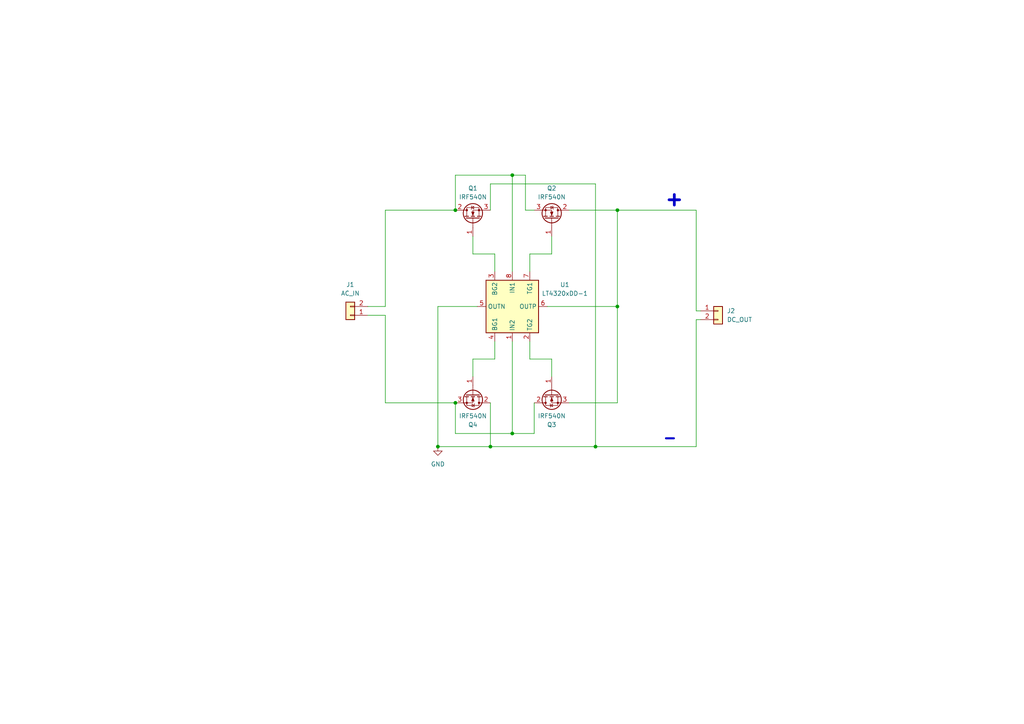
<source format=kicad_sch>
(kicad_sch (version 20231120) (generator "eeschema") (generator_version "8.0")
  (paper "A4")
  (lib_symbols
    (symbol "Connector_Generic:Conn_01x02" (pin_names (offset 1.016) hide)
      (property "Reference" "J" (at 0 2.54 0))
      (property "Value" "Conn_01x02" (at 0 -5.08 0))
      (symbol "Conn_01x02_1_1"
        (rectangle (start -1.27 -2.413) (end 0 -2.667) (stroke (width 0.1524)))
        (rectangle (start -1.27 0.127) (end 0 -0.127) (stroke (width 0.1524)))
        (rectangle (start -1.27 1.27) (end 1.27 -3.81) (stroke (width 0.254)) (fill (type background)))
        (pin passive line (at -5.08 0 0) (length 3.81) (name "Pin_1") (number "1"))
        (pin passive line (at -5.08 -2.54 0) (length 3.81) (name "Pin_2") (number "2"))
      )
    )
    (symbol "Power_Management:LT4320xDD-1"
      (property "Reference" "U" (at -6.35 8.89 0))
      (property "Value" "LT4320xDD-1" (at 1.27 8.89 0))
      (symbol "LT4320xDD-1_0_1"
        (rectangle (start -7.62 7.62) (end 7.62 -7.62) (stroke (width 0.254)) (fill (type background)))
      )
      (symbol "LT4320xDD-1_1_1"
        (pin power_in line (at 10.16 0 180) (length 2.54) (name "IN2") (number "1"))
        (pin output line (at 10.16 5.08 180) (length 2.54) (name "TG2") (number "2"))
        (pin output line (at -10.16 -5.08 0) (length 2.54) (name "BG2") (number "3"))
        (pin output line (at 10.16 -5.08 180) (length 2.54) (name "BG1") (number "4"))
        (pin power_in line (at 0 -10.16 90) (length 2.54) (name "OUTN") (number "5"))
        (pin power_in line (at 0 10.16 270) (length 2.54) (name "OUTP") (number "6"))
        (pin output line (at -10.16 5.08 0) (length 2.54) (name "TG1") (number "7"))
        (pin power_in line (at -10.16 0 0) (length 2.54) (name "IN1") (number "8"))
        (pin passive line (at 0 -10.16 90) (length 2.54) hide (name "OUTN") (number "9"))
      )
    )
    (symbol "Transistor_FET:IRF540N" (pin_names hide)
      (property "Reference" "Q" (at 5.08 1.905 0))
      (property "Value" "IRF540N" (at 5.08 0 0))
      (symbol "IRF540N_0_1"
        (polyline (pts (xy 0.254 0) (xy -2.54 0)))
        (polyline (pts (xy 0.254 1.905) (xy 0.254 -1.905)) (stroke (width 0.254)))
        (polyline (pts (xy 0.762 -1.27) (xy 0.762 -2.286)) (stroke (width 0.254)))
        (polyline (pts (xy 0.762 0.508) (xy 0.762 -0.508)) (stroke (width 0.254)))
        (polyline (pts (xy 0.762 2.286) (xy 0.762 1.27)) (stroke (width 0.254)))
        (polyline (pts (xy 2.54 2.54) (xy 2.54 1.778)))
        (polyline (pts (xy 2.54 -2.54) (xy 2.54 0) (xy 0.762 0)))
        (polyline (pts (xy 0.762 -1.778) (xy 3.302 -1.778) (xy 3.302 1.778) (xy 0.762 1.778)))
        (polyline (pts (xy 1.016 0) (xy 2.032 0.381) (xy 2.032 -0.381) (xy 1.016 0)) (fill (type outline)))
        (polyline (pts (xy 2.794 0.508) (xy 2.921 0.381) (xy 3.683 0.381) (xy 3.81 0.254)))
        (polyline (pts (xy 3.302 0.381) (xy 2.921 -0.254) (xy 3.683 -0.254) (xy 3.302 0.381)))
        (circle (center 1.651 0) (radius 2.794) (stroke (width 0.254)))
        (circle (center 2.54 -1.778) (radius 0.254) (fill (type outline)))
        (circle (center 2.54 1.778) (radius 0.254) (fill (type outline)))
      )
      (symbol "IRF540N_1_1"
        (pin input line (at -5.08 0 0) (length 2.54) (name "G") (number "1"))
        (pin passive line (at 2.54 5.08 270) (length 2.54) (name "D") (number "2"))
        (pin passive line (at 2.54 -5.08 90) (length 2.54) (name "S") (number "3"))
      )
    )
    (symbol "power:GND" (power) (pin_numbers hide) (pin_names (offset 0) hide)
      (property "Value" "GND" (at 0 -3.81 0))
      (symbol "GND_0_1"
        (polyline (pts (xy 0 0) (xy 0 -1.27) (xy 1.27 -1.27) (xy 0 -2.54) (xy -1.27 -1.27) (xy 0 -1.27)))
      )
      (symbol "GND_1_1"
        (pin power_in line (at 0 0 270) (length 0) (name "~") (number "1"))
      )
    )
  )
  (junction (at 132.08 116.84))
  (junction (at 179.07 88.9))
  (junction (at 148.59 125.73))
  (junction (at 179.07 60.96))
  (junction (at 172.72 129.54))
  (junction (at 127 129.54))
  (junction (at 148.59 50.8))
  (junction (at 142.24 129.54))
  (junction (at 132.08 60.96))
  (wire (pts (xy 148.59 99.06) (xy 148.59 125.73)))
  (wire (pts (xy 172.72 129.54) (xy 201.93 129.54)))
  (wire (pts (xy 138.43 88.9) (xy 127 88.9)))
  (wire (pts (xy 143.51 78.74) (xy 143.51 73.66)))
  (wire (pts (xy 179.07 60.96) (xy 179.07 88.9)))
  (wire (pts (xy 179.07 60.96) (xy 201.93 60.96)))
  (wire (pts (xy 143.51 104.14) (xy 137.16 104.14)))
  (wire (pts (xy 154.94 60.96) (xy 152.4 60.96)))
  (wire (pts (xy 152.4 50.8) (xy 148.59 50.8)))
  (wire (pts (xy 137.16 73.66) (xy 137.16 68.58)))
  (wire (pts (xy 132.08 125.73) (xy 132.08 116.84)))
  (wire (pts (xy 111.76 88.9) (xy 106.68 88.9)))
  (wire (pts (xy 148.59 125.73) (xy 132.08 125.73)))
  (wire (pts (xy 160.02 73.66) (xy 160.02 68.58)))
  (wire (pts (xy 127 88.9) (xy 127 129.54)))
  (wire (pts (xy 137.16 104.14) (xy 137.16 109.22)))
  (wire (pts (xy 153.67 99.06) (xy 153.67 104.14)))
  (wire (pts (xy 152.4 60.96) (xy 152.4 50.8)))
  (wire (pts (xy 160.02 104.14) (xy 160.02 109.22)))
  (wire (pts (xy 154.94 116.84) (xy 154.94 125.73)))
  (wire (pts (xy 153.67 73.66) (xy 160.02 73.66)))
  (wire (pts (xy 132.08 50.8) (xy 132.08 60.96)))
  (wire (pts (xy 111.76 91.44) (xy 106.68 91.44)))
  (wire (pts (xy 154.94 125.73) (xy 148.59 125.73)))
  (wire (pts (xy 142.24 53.34) (xy 172.72 53.34)))
  (wire (pts (xy 179.07 88.9) (xy 179.07 116.84)))
  (wire (pts (xy 127 129.54) (xy 142.24 129.54)))
  (wire (pts (xy 111.76 60.96) (xy 132.08 60.96)))
  (wire (pts (xy 201.93 92.71) (xy 201.93 129.54)))
  (wire (pts (xy 143.51 99.06) (xy 143.51 104.14)))
  (wire (pts (xy 111.76 116.84) (xy 111.76 91.44)))
  (wire (pts (xy 172.72 53.34) (xy 172.72 129.54)))
  (wire (pts (xy 158.75 88.9) (xy 179.07 88.9)))
  (wire (pts (xy 142.24 60.96) (xy 142.24 53.34)))
  (wire (pts (xy 148.59 50.8) (xy 132.08 50.8)))
  (wire (pts (xy 201.93 60.96) (xy 201.93 90.17)))
  (wire (pts (xy 143.51 73.66) (xy 137.16 73.66)))
  (wire (pts (xy 165.1 116.84) (xy 179.07 116.84)))
  (wire (pts (xy 142.24 129.54) (xy 172.72 129.54)))
  (wire (pts (xy 111.76 60.96) (xy 111.76 88.9)))
  (wire (pts (xy 111.76 116.84) (xy 132.08 116.84)))
  (wire (pts (xy 148.59 50.8) (xy 148.59 78.74)))
  (wire (pts (xy 203.2 92.71) (xy 201.93 92.71)))
  (wire (pts (xy 165.1 60.96) (xy 179.07 60.96)))
  (wire (pts (xy 153.67 78.74) (xy 153.67 73.66)))
  (wire (pts (xy 201.93 90.17) (xy 203.2 90.17)))
  (wire (pts (xy 153.67 104.14) (xy 160.02 104.14)))
  (wire (pts (xy 142.24 116.84) (xy 142.24 129.54)))
  (text "+" (at 195.58 57.912 0) (effects (font (size 4 4) (thickness 0.8) (bold yes))))
  (text "_" (at 194.31 125.73 0) (effects (font (size 3 3) (bold yes))))
  (text "~" (at 102.616 80.518 0) (effects (font (size 4 4) (bold yes))))
  (symbol (lib_id "Power_Management:LT4320xDD-1") (at 148.59 88.9 270) (unit 1)
    (property "Reference" "U1" (at 163.83 82.5814 90))
    (property "Value" "LT4320xDD-1" (at 163.83 85.1214 90))
    (property "Footprint" "Package_DFN_QFN:DFN-8-1EP_3x3mm_P0.5mm_EP1.65x2.38mm" (effects (hide yes)))
    (property "Datasheet" "https://www.analog.com/media/en/technical-documentation/data-sheets/4320fb.pdf" (effects (hide yes)))
    (property "Description" "Ideal Diode Bridge Controller, DC to 600Hz, DFN-8" (effects (hide yes)))
  )
  (symbol (lib_id "Connector_Generic:Conn_01x02") (at 101.6 91.44 180) (unit 1)
    (property "Reference" "J1" (at 101.6 82.55 0))
    (property "Value" "AC_IN" (at 101.6 85.09 0))
    (property "Footprint" "Connector_Wire:SolderWire-2.5sqmm_1x02_P7.2mm_D2.4mm_OD3.6mm" (effects (hide yes)))
    (property "Description" "Generic connector, single row, 01x02, script generated (kicad-library-utils/schlib/autogen/connector/)" (effects (hide yes)))
  )
  (symbol (lib_id "power:GND") (at 127 129.54 0) (unit 1)
    (property "Reference" "#PWR01" (effects (hide yes)))
    (property "Value" "GND" (at 127 134.62 0))
    (property "Description" "Power symbol creates a global label with name \"GND\" , ground" (effects (hide yes)))
  )
  (symbol (lib_id "Transistor_FET:IRF540N") (at 160.02 114.3 90) (mirror x) (unit 1)
    (property "Reference" "Q3" (at 160.02 123.19 90))
    (property "Value" "IRF540N" (at 160.02 120.65 90))
    (property "Footprint" "Package_TO_SOT_THT:TO-220-3_Vertical" (effects (hide yes)))
    (property "Datasheet" "http://www.irf.com/product-info/datasheets/data/irf540n.pdf" (effects (hide yes)))
    (property "Description" "33A Id, 100V Vds, HEXFET N-Channel MOSFET, TO-220" (effects (hide yes)))
  )
  (symbol (lib_id "Transistor_FET:IRF540N") (at 137.16 114.3 270) (unit 1)
    (property "Reference" "Q4" (at 137.16 123.19 90))
    (property "Value" "IRF540N" (at 137.16 120.65 90))
    (property "Footprint" "Package_TO_SOT_THT:TO-220-3_Vertical" (effects (hide yes)))
    (property "Datasheet" "http://www.irf.com/product-info/datasheets/data/irf540n.pdf" (effects (hide yes)))
    (property "Description" "33A Id, 100V Vds, HEXFET N-Channel MOSFET, TO-220" (effects (hide yes)))
  )
  (symbol (lib_id "Connector_Generic:Conn_01x02") (at 208.28 90.17 0) (unit 1)
    (property "Reference" "J2" (at 210.82 90.1699 0) (effects (justify left)))
    (property "Value" "DC_OUT" (at 210.82 92.7099 0) (effects (justify left)))
    (property "Footprint" "Connector_Wire:SolderWire-2.5sqmm_1x02_P7.2mm_D2.4mm_OD3.6mm" (effects (hide yes)))
    (property "Description" "Generic connector, single row, 01x02, script generated (kicad-library-utils/schlib/autogen/connector/)" (effects (hide yes)))
  )
  (symbol (lib_id "Transistor_FET:IRF540N") (at 160.02 63.5 270) (mirror x) (unit 1)
    (property "Reference" "Q2" (at 160.02 54.61 90))
    (property "Value" "IRF540N" (at 160.02 57.15 90))
    (property "Footprint" "Package_TO_SOT_THT:TO-220-3_Vertical" (effects (hide yes)))
    (property "Datasheet" "http://www.irf.com/product-info/datasheets/data/irf540n.pdf" (effects (hide yes)))
    (property "Description" "33A Id, 100V Vds, HEXFET N-Channel MOSFET, TO-220" (effects (hide yes)))
  )
  (symbol (lib_id "Transistor_FET:IRF540N") (at 137.16 63.5 90) (unit 1)
    (property "Reference" "Q1" (at 137.16 54.61 90))
    (property "Value" "IRF540N" (at 137.16 57.15 90))
    (property "Footprint" "Package_TO_SOT_THT:TO-220-3_Vertical" (effects (hide yes)))
    (property "Datasheet" "http://www.irf.com/product-info/datasheets/data/irf540n.pdf" (effects (hide yes)))
    (property "Description" "33A Id, 100V Vds, HEXFET N-Channel MOSFET, TO-220" (effects (hide yes)))
  )
)
</source>
